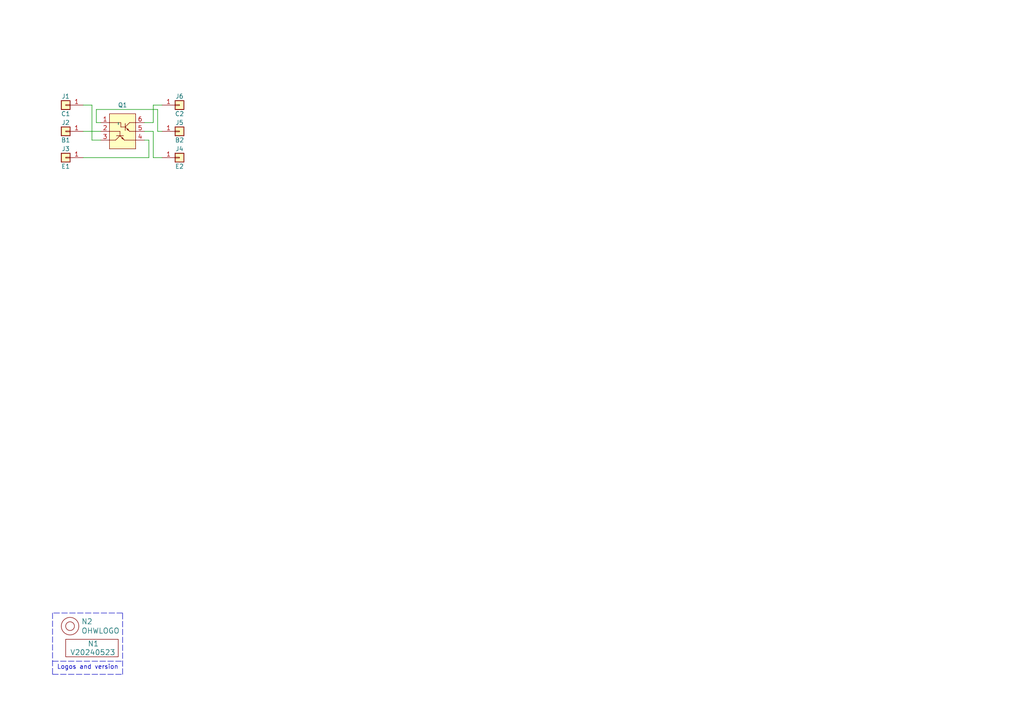
<source format=kicad_sch>
(kicad_sch (version 20230121) (generator eeschema)
  (paper "A4")
  (lib_symbols
    (symbol "Connector_Generic:Conn_01x01" (pin_names (offset 1.016) hide)
      (property "Reference" "J" (at 0 2.54 0))
      (property "Value" "Conn_01x01" (at 0 -2.54 0))
      (symbol "Conn_01x01_1_1"
        (rectangle (start -1.27 0.127) (end 0 -0.127) (stroke (width 0.1524)))
        (rectangle (start -1.27 1.27) (end 1.27 -1.27) (stroke (width 0.254)) (fill (type background)))
        (pin passive line (at -5.08 0 0) (length 3.81) (name "Pin_1") (number "1"))
      )
    )
    (symbol "SquantorLabels:OHWLOGO" (pin_names (offset 1.016))
      (property "Reference" "N" (at 0 3.81 0))
      (property "Value" "OHWLOGO" (at 0 -3.81 0))
      (symbol "OHWLOGO_0_1"
        (circle (center 0 0) (radius 1.27))
        (circle (center 0 0) (radius 2.54))
      )
    )
    (symbol "SquantorLabels:VYYYYMMDD" (pin_names (offset 1.016))
      (property "Reference" "N" (at 0 2.54 0))
      (property "Value" "VYYYYMMDD" (at 0 0 0))
      (symbol "VYYYYMMDD_0_1"
        (rectangle (start 7.62 -1.27) (end -7.62 3.81))
      )
    )
    (symbol "SquantorTransistor:dual_NBJT_baseon12"
      (property "Reference" "Q" (at 0 6.35 0))
      (symbol "dual_NBJT_baseon12_0_1"
        (polyline (pts (xy -2.032 -2.54) (xy -3.81 -2.54)))
        (polyline (pts (xy -0.762 -1.27) (xy -2.032 -2.54)))
        (polyline (pts (xy -0.762 -1.27) (xy -0.762 0)))
        (polyline (pts (xy -0.762 -1.27) (xy 0.508 -2.54)))
        (polyline (pts (xy -0.762 0) (xy -3.81 0)))
        (polyline (pts (xy 0.254 -1.27) (xy -1.778 -1.27)))
        (polyline (pts (xy 0.762 0.254) (xy 0.762 2.286)))
        (polyline (pts (xy 0.762 1.27) (xy -0.508 1.27)))
        (polyline (pts (xy 0.762 1.27) (xy 2.032 0)))
        (polyline (pts (xy 0.762 1.27) (xy 2.032 2.54)))
        (polyline (pts (xy 2.032 2.54) (xy 3.81 2.54)))
        (polyline (pts (xy 3.81 -2.54) (xy 0.508 -2.54)))
        (polyline (pts (xy 3.81 0) (xy 2.032 0)))
        (polyline (pts (xy -3.81 2.54) (xy -0.508 2.54) (xy -0.508 1.27)))
        (polyline (pts (xy 0.254 -2.286) (xy 0 -1.778) (xy -0.254 -2.032) (xy 0.254 -2.286)))
        (polyline (pts (xy 1.778 0.254) (xy 1.27 0.508) (xy 1.524 0.762) (xy 1.778 0.254)))
      )
      (symbol "dual_NBJT_baseon12_1_1"
        (rectangle (start -3.81 5.08) (end 3.81 -5.08) (fill (type background)))
        (pin passive line (at -6.35 2.54 0) (length 2.54) (name "") (number "1"))
        (pin passive line (at -6.35 0 0) (length 2.54) (name "") (number "2"))
        (pin passive line (at -6.35 -2.54 0) (length 2.54) (name "") (number "3"))
        (pin passive line (at 6.35 -2.54 180) (length 2.54) (name "") (number "4"))
        (pin passive line (at 6.35 0 180) (length 2.54) (name "") (number "5"))
        (pin passive line (at 6.35 2.54 180) (length 2.54) (name "") (number "6"))
      )
    )
  )
  (wire (pts (xy 24.13 38.1) (xy 29.21 38.1)))
  (wire (pts (xy 24.13 45.72) (xy 43.18 45.72)))
  (wire (pts (xy 26.67 30.48) (xy 24.13 30.48)))
  (wire (pts (xy 29.21 40.64) (xy 26.67 40.64)))
  (wire (pts (xy 46.99 30.48) (xy 44.45 30.48)))
  (polyline (pts (xy 15.24 191.77) (xy 35.56 191.77)) (stroke (width 0) (type dash)))
  (polyline (pts (xy 35.56 177.8) (xy 15.24 177.8)) (stroke (width 0) (type dash)))
  (wire (pts (xy 26.67 40.64) (xy 26.67 30.48)))
  (wire (pts (xy 29.21 35.56) (xy 27.94 35.56)))
  (polyline (pts (xy 15.24 177.8) (xy 15.24 195.58)) (stroke (width 0) (type dash)))
  (wire (pts (xy 44.45 30.48) (xy 44.45 35.56)))
  (wire (pts (xy 41.91 35.56) (xy 44.45 35.56)))
  (wire (pts (xy 44.45 45.72) (xy 46.99 45.72)))
  (wire (pts (xy 27.94 31.75) (xy 45.72 31.75)))
  (wire (pts (xy 41.91 38.1) (xy 44.45 38.1)))
  (wire (pts (xy 45.72 38.1) (xy 46.99 38.1)))
  (wire (pts (xy 41.91 40.64) (xy 43.18 40.64)))
  (polyline (pts (xy 35.56 195.58) (xy 35.56 177.8)) (stroke (width 0) (type dash)))
  (wire (pts (xy 43.18 40.64) (xy 43.18 45.72)))
  (wire (pts (xy 27.94 35.56) (xy 27.94 31.75)))
  (polyline (pts (xy 15.24 195.58) (xy 35.56 195.58)) (stroke (width 0) (type dash)))
  (wire (pts (xy 45.72 31.75) (xy 45.72 38.1)))
  (wire (pts (xy 44.45 38.1) (xy 44.45 45.72)))
  (text "Logos and version" (at 16.51 194.31 0) (effects (font (size 1.27 1.27)) (justify left bottom)))
  (symbol (lib_id "SquantorLabels:VYYYYMMDD") (at 26.67 189.23 0) (unit 1)
    (property "Reference" "N1" (at 25.4 186.69 0) (effects (font (size 1.524 1.524)) (justify left)))
    (property "Value" "V20240523" (at 20.32 189.23 0) (effects (font (size 1.524 1.524)) (justify left)))
    (property "Footprint" "SquantorLabels:Label_Generic" (effects hide))
  )
  (symbol (lib_id "SquantorLabels:OHWLOGO") (at 20.32 181.61 0) (unit 1)
    (property "Reference" "N2" (at 23.5712 180.2638 0) (effects (font (size 1.524 1.524)) (justify left)))
    (property "Value" "OHWLOGO" (at 23.5712 182.9562 0) (effects (font (size 1.524 1.524)) (justify left)))
    (property "Footprint" "Symbol:OSHW-Symbol_6.7x6mm_SilkScreen" (effects hide))
  )
  (symbol (lib_id "Connector_Generic:Conn_01x01") (at 19.05 38.1 180) (unit 1)
    (property "Reference" "J2" (at 19.05 35.56 0))
    (property "Value" "B1" (at 19.05 40.64 0))
    (property "Footprint" "mill-max:PC_pin_nail_head_6092" (effects hide))
  )
  (symbol (lib_id "Connector_Generic:Conn_01x01") (at 19.05 30.48 180) (unit 1)
    (property "Reference" "J1" (at 19.05 27.94 0))
    (property "Value" "C1" (at 19.05 33.02 0))
    (property "Footprint" "mill-max:PC_pin_nail_head_6092" (effects hide))
  )
  (symbol (lib_id "Connector_Generic:Conn_01x01") (at 19.05 45.72 0) (mirror y) (unit 1)
    (property "Reference" "J3" (at 19.05 43.18 0))
    (property "Value" "E1" (at 19.05 48.26 0))
    (property "Footprint" "mill-max:PC_pin_nail_head_6092" (effects hide))
  )
  (symbol (lib_id "Connector_Generic:Conn_01x01") (at 52.07 45.72 0) (mirror x) (unit 1)
    (property "Reference" "J4" (at 52.07 43.18 0))
    (property "Value" "E2" (at 52.07 48.26 0))
    (property "Footprint" "mill-max:PC_pin_nail_head_6092" (effects hide))
  )
  (symbol (lib_id "Connector_Generic:Conn_01x01") (at 52.07 38.1 0) (unit 1)
    (property "Reference" "J5" (at 52.07 35.56 0))
    (property "Value" "B2" (at 52.07 40.64 0))
    (property "Footprint" "mill-max:PC_pin_nail_head_6092" (effects hide))
  )
  (symbol (lib_id "Connector_Generic:Conn_01x01") (at 52.07 30.48 0) (mirror x) (unit 1)
    (property "Reference" "J6" (at 52.07 27.94 0))
    (property "Value" "C2" (at 52.07 33.02 0))
    (property "Footprint" "mill-max:PC_pin_nail_head_6092" (effects hide))
  )
  (symbol (lib_id "SquantorTransistor:dual_NBJT_baseon12") (at 35.56 38.1 0) (unit 1)
    (property "Reference" "Q1" (at 35.56 30.48 0))
    (property "Value" "~" (at 34.29 35.814 90))
    (property "Footprint" "SquantorIC:SOT363-NXP-hand" (effects hide))
  )
)
</source>
